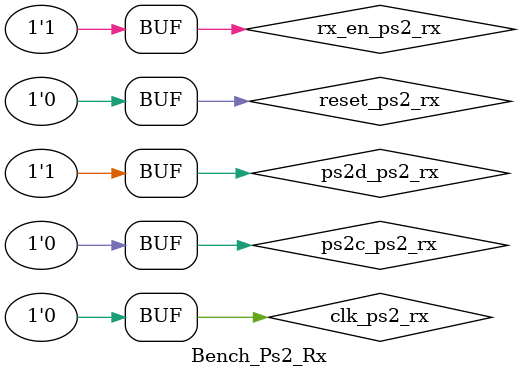
<source format=v>
`timescale 1ns / 1ps


module Bench_Ps2_Rx;

	// Inputs
	reg clk_ps2_rx;
	reg reset_ps2_rx;
	reg ps2d_ps2_rx;
	reg ps2c_ps2_rx;
	reg rx_en_ps2_rx;

	// Outputs
	wire rx_done_tick_ps2_rx;
	wire [7:0] dout_ps2_rx;

	// Instantiate the Unit Under Test (UUT)
	Ps2_Rx uut (
		.clk_ps2_rx(clk_ps2_rx), 
		.reset_ps2_rx(reset_ps2_rx), 
		.ps2d_ps2_rx(ps2d_ps2_rx), 
		.ps2c_ps2_rx(ps2c_ps2_rx), 
		.rx_en_ps2_rx(rx_en_ps2_rx), 
		.rx_done_tick_ps2_rx(rx_done_tick_ps2_rx), 
		.dout_ps2_rx(dout_ps2_rx)
	);

	initial begin
		// Initialize Inputs
		clk_ps2_rx = 0;
		reset_ps2_rx = 1;
		ps2d_ps2_rx = 0;
		ps2c_ps2_rx = 0;
		rx_en_ps2_rx = 0; 
		#100;
        
		reset_ps2_rx = 0;
		ps2d_ps2_rx = 1;
		ps2c_ps2_rx = 0;
		rx_en_ps2_rx = 1; 
		#100;
		
		
	end
      
endmodule


</source>
